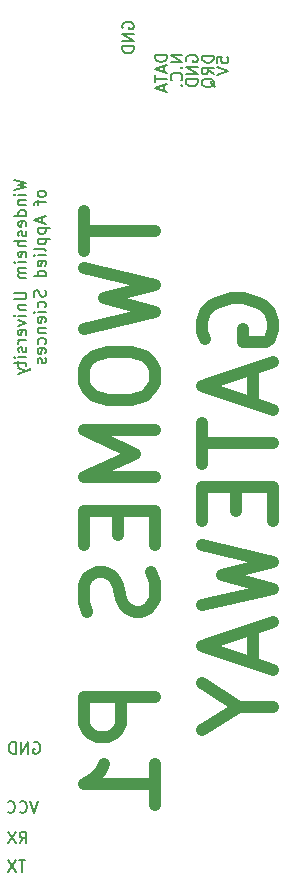
<source format=gbo>
G04 #@! TF.GenerationSoftware,KiCad,Pcbnew,(5.1.7)-1*
G04 #@! TF.CreationDate,2021-04-23T15:20:20+02:00*
G04 #@! TF.ProjectId,TwomesGateway,54776f6d-6573-4476-9174-657761792e6b,rev?*
G04 #@! TF.SameCoordinates,Original*
G04 #@! TF.FileFunction,Legend,Bot*
G04 #@! TF.FilePolarity,Positive*
%FSLAX46Y46*%
G04 Gerber Fmt 4.6, Leading zero omitted, Abs format (unit mm)*
G04 Created by KiCad (PCBNEW (5.1.7)-1) date 2021-04-23 15:20:20*
%MOMM*%
%LPD*%
G01*
G04 APERTURE LIST*
%ADD10C,0.150000*%
%ADD11C,1.000000*%
%ADD12C,0.602000*%
%ADD13C,3.302000*%
%ADD14C,3.352000*%
%ADD15C,1.622000*%
%ADD16O,1.802000X1.802000*%
G04 APERTURE END LIST*
D10*
X69827380Y-80985714D02*
X70827380Y-81223809D01*
X70113095Y-81414285D01*
X70827380Y-81604761D01*
X69827380Y-81842857D01*
X70827380Y-82223809D02*
X70160714Y-82223809D01*
X69827380Y-82223809D02*
X69875000Y-82176190D01*
X69922619Y-82223809D01*
X69875000Y-82271428D01*
X69827380Y-82223809D01*
X69922619Y-82223809D01*
X70160714Y-82700000D02*
X70827380Y-82700000D01*
X70255952Y-82700000D02*
X70208333Y-82747619D01*
X70160714Y-82842857D01*
X70160714Y-82985714D01*
X70208333Y-83080952D01*
X70303571Y-83128571D01*
X70827380Y-83128571D01*
X70827380Y-84033333D02*
X69827380Y-84033333D01*
X70779761Y-84033333D02*
X70827380Y-83938095D01*
X70827380Y-83747619D01*
X70779761Y-83652380D01*
X70732142Y-83604761D01*
X70636904Y-83557142D01*
X70351190Y-83557142D01*
X70255952Y-83604761D01*
X70208333Y-83652380D01*
X70160714Y-83747619D01*
X70160714Y-83938095D01*
X70208333Y-84033333D01*
X70779761Y-84890476D02*
X70827380Y-84795238D01*
X70827380Y-84604761D01*
X70779761Y-84509523D01*
X70684523Y-84461904D01*
X70303571Y-84461904D01*
X70208333Y-84509523D01*
X70160714Y-84604761D01*
X70160714Y-84795238D01*
X70208333Y-84890476D01*
X70303571Y-84938095D01*
X70398809Y-84938095D01*
X70494047Y-84461904D01*
X70779761Y-85319047D02*
X70827380Y-85414285D01*
X70827380Y-85604761D01*
X70779761Y-85700000D01*
X70684523Y-85747619D01*
X70636904Y-85747619D01*
X70541666Y-85700000D01*
X70494047Y-85604761D01*
X70494047Y-85461904D01*
X70446428Y-85366666D01*
X70351190Y-85319047D01*
X70303571Y-85319047D01*
X70208333Y-85366666D01*
X70160714Y-85461904D01*
X70160714Y-85604761D01*
X70208333Y-85700000D01*
X70827380Y-86176190D02*
X69827380Y-86176190D01*
X70827380Y-86604761D02*
X70303571Y-86604761D01*
X70208333Y-86557142D01*
X70160714Y-86461904D01*
X70160714Y-86319047D01*
X70208333Y-86223809D01*
X70255952Y-86176190D01*
X70779761Y-87461904D02*
X70827380Y-87366666D01*
X70827380Y-87176190D01*
X70779761Y-87080952D01*
X70684523Y-87033333D01*
X70303571Y-87033333D01*
X70208333Y-87080952D01*
X70160714Y-87176190D01*
X70160714Y-87366666D01*
X70208333Y-87461904D01*
X70303571Y-87509523D01*
X70398809Y-87509523D01*
X70494047Y-87033333D01*
X70827380Y-87938095D02*
X70160714Y-87938095D01*
X69827380Y-87938095D02*
X69875000Y-87890476D01*
X69922619Y-87938095D01*
X69875000Y-87985714D01*
X69827380Y-87938095D01*
X69922619Y-87938095D01*
X70827380Y-88414285D02*
X70160714Y-88414285D01*
X70255952Y-88414285D02*
X70208333Y-88461904D01*
X70160714Y-88557142D01*
X70160714Y-88700000D01*
X70208333Y-88795238D01*
X70303571Y-88842857D01*
X70827380Y-88842857D01*
X70303571Y-88842857D02*
X70208333Y-88890476D01*
X70160714Y-88985714D01*
X70160714Y-89128571D01*
X70208333Y-89223809D01*
X70303571Y-89271428D01*
X70827380Y-89271428D01*
X69827380Y-90509523D02*
X70636904Y-90509523D01*
X70732142Y-90557142D01*
X70779761Y-90604761D01*
X70827380Y-90700000D01*
X70827380Y-90890476D01*
X70779761Y-90985714D01*
X70732142Y-91033333D01*
X70636904Y-91080952D01*
X69827380Y-91080952D01*
X70160714Y-91557142D02*
X70827380Y-91557142D01*
X70255952Y-91557142D02*
X70208333Y-91604761D01*
X70160714Y-91700000D01*
X70160714Y-91842857D01*
X70208333Y-91938095D01*
X70303571Y-91985714D01*
X70827380Y-91985714D01*
X70827380Y-92461904D02*
X70160714Y-92461904D01*
X69827380Y-92461904D02*
X69875000Y-92414285D01*
X69922619Y-92461904D01*
X69875000Y-92509523D01*
X69827380Y-92461904D01*
X69922619Y-92461904D01*
X70160714Y-92842857D02*
X70827380Y-93080952D01*
X70160714Y-93319047D01*
X70779761Y-94080952D02*
X70827380Y-93985714D01*
X70827380Y-93795238D01*
X70779761Y-93700000D01*
X70684523Y-93652380D01*
X70303571Y-93652380D01*
X70208333Y-93700000D01*
X70160714Y-93795238D01*
X70160714Y-93985714D01*
X70208333Y-94080952D01*
X70303571Y-94128571D01*
X70398809Y-94128571D01*
X70494047Y-93652380D01*
X70827380Y-94557142D02*
X70160714Y-94557142D01*
X70351190Y-94557142D02*
X70255952Y-94604761D01*
X70208333Y-94652380D01*
X70160714Y-94747619D01*
X70160714Y-94842857D01*
X70779761Y-95128571D02*
X70827380Y-95223809D01*
X70827380Y-95414285D01*
X70779761Y-95509523D01*
X70684523Y-95557142D01*
X70636904Y-95557142D01*
X70541666Y-95509523D01*
X70494047Y-95414285D01*
X70494047Y-95271428D01*
X70446428Y-95176190D01*
X70351190Y-95128571D01*
X70303571Y-95128571D01*
X70208333Y-95176190D01*
X70160714Y-95271428D01*
X70160714Y-95414285D01*
X70208333Y-95509523D01*
X70827380Y-95985714D02*
X70160714Y-95985714D01*
X69827380Y-95985714D02*
X69875000Y-95938095D01*
X69922619Y-95985714D01*
X69875000Y-96033333D01*
X69827380Y-95985714D01*
X69922619Y-95985714D01*
X70160714Y-96319047D02*
X70160714Y-96700000D01*
X69827380Y-96461904D02*
X70684523Y-96461904D01*
X70779761Y-96509523D01*
X70827380Y-96604761D01*
X70827380Y-96700000D01*
X70160714Y-96938095D02*
X70827380Y-97176190D01*
X70160714Y-97414285D02*
X70827380Y-97176190D01*
X71065476Y-97080952D01*
X71113095Y-97033333D01*
X71160714Y-96938095D01*
X72477380Y-82080952D02*
X72429761Y-81985714D01*
X72382142Y-81938095D01*
X72286904Y-81890476D01*
X72001190Y-81890476D01*
X71905952Y-81938095D01*
X71858333Y-81985714D01*
X71810714Y-82080952D01*
X71810714Y-82223809D01*
X71858333Y-82319047D01*
X71905952Y-82366666D01*
X72001190Y-82414285D01*
X72286904Y-82414285D01*
X72382142Y-82366666D01*
X72429761Y-82319047D01*
X72477380Y-82223809D01*
X72477380Y-82080952D01*
X71810714Y-82700000D02*
X71810714Y-83080952D01*
X72477380Y-82842857D02*
X71620238Y-82842857D01*
X71525000Y-82890476D01*
X71477380Y-82985714D01*
X71477380Y-83080952D01*
X72191666Y-84128571D02*
X72191666Y-84604761D01*
X72477380Y-84033333D02*
X71477380Y-84366666D01*
X72477380Y-84700000D01*
X71810714Y-85033333D02*
X72810714Y-85033333D01*
X71858333Y-85033333D02*
X71810714Y-85128571D01*
X71810714Y-85319047D01*
X71858333Y-85414285D01*
X71905952Y-85461904D01*
X72001190Y-85509523D01*
X72286904Y-85509523D01*
X72382142Y-85461904D01*
X72429761Y-85414285D01*
X72477380Y-85319047D01*
X72477380Y-85128571D01*
X72429761Y-85033333D01*
X71810714Y-85938095D02*
X72810714Y-85938095D01*
X71858333Y-85938095D02*
X71810714Y-86033333D01*
X71810714Y-86223809D01*
X71858333Y-86319047D01*
X71905952Y-86366666D01*
X72001190Y-86414285D01*
X72286904Y-86414285D01*
X72382142Y-86366666D01*
X72429761Y-86319047D01*
X72477380Y-86223809D01*
X72477380Y-86033333D01*
X72429761Y-85938095D01*
X72477380Y-86985714D02*
X72429761Y-86890476D01*
X72334523Y-86842857D01*
X71477380Y-86842857D01*
X72477380Y-87366666D02*
X71810714Y-87366666D01*
X71477380Y-87366666D02*
X71525000Y-87319047D01*
X71572619Y-87366666D01*
X71525000Y-87414285D01*
X71477380Y-87366666D01*
X71572619Y-87366666D01*
X72429761Y-88223809D02*
X72477380Y-88128571D01*
X72477380Y-87938095D01*
X72429761Y-87842857D01*
X72334523Y-87795238D01*
X71953571Y-87795238D01*
X71858333Y-87842857D01*
X71810714Y-87938095D01*
X71810714Y-88128571D01*
X71858333Y-88223809D01*
X71953571Y-88271428D01*
X72048809Y-88271428D01*
X72144047Y-87795238D01*
X72477380Y-89128571D02*
X71477380Y-89128571D01*
X72429761Y-89128571D02*
X72477380Y-89033333D01*
X72477380Y-88842857D01*
X72429761Y-88747619D01*
X72382142Y-88700000D01*
X72286904Y-88652380D01*
X72001190Y-88652380D01*
X71905952Y-88700000D01*
X71858333Y-88747619D01*
X71810714Y-88842857D01*
X71810714Y-89033333D01*
X71858333Y-89128571D01*
X72429761Y-90319047D02*
X72477380Y-90461904D01*
X72477380Y-90700000D01*
X72429761Y-90795238D01*
X72382142Y-90842857D01*
X72286904Y-90890476D01*
X72191666Y-90890476D01*
X72096428Y-90842857D01*
X72048809Y-90795238D01*
X72001190Y-90700000D01*
X71953571Y-90509523D01*
X71905952Y-90414285D01*
X71858333Y-90366666D01*
X71763095Y-90319047D01*
X71667857Y-90319047D01*
X71572619Y-90366666D01*
X71525000Y-90414285D01*
X71477380Y-90509523D01*
X71477380Y-90747619D01*
X71525000Y-90890476D01*
X72429761Y-91747619D02*
X72477380Y-91652380D01*
X72477380Y-91461904D01*
X72429761Y-91366666D01*
X72382142Y-91319047D01*
X72286904Y-91271428D01*
X72001190Y-91271428D01*
X71905952Y-91319047D01*
X71858333Y-91366666D01*
X71810714Y-91461904D01*
X71810714Y-91652380D01*
X71858333Y-91747619D01*
X72477380Y-92176190D02*
X71810714Y-92176190D01*
X71477380Y-92176190D02*
X71525000Y-92128571D01*
X71572619Y-92176190D01*
X71525000Y-92223809D01*
X71477380Y-92176190D01*
X71572619Y-92176190D01*
X72429761Y-93033333D02*
X72477380Y-92938095D01*
X72477380Y-92747619D01*
X72429761Y-92652380D01*
X72334523Y-92604761D01*
X71953571Y-92604761D01*
X71858333Y-92652380D01*
X71810714Y-92747619D01*
X71810714Y-92938095D01*
X71858333Y-93033333D01*
X71953571Y-93080952D01*
X72048809Y-93080952D01*
X72144047Y-92604761D01*
X71810714Y-93509523D02*
X72477380Y-93509523D01*
X71905952Y-93509523D02*
X71858333Y-93557142D01*
X71810714Y-93652380D01*
X71810714Y-93795238D01*
X71858333Y-93890476D01*
X71953571Y-93938095D01*
X72477380Y-93938095D01*
X72429761Y-94842857D02*
X72477380Y-94747619D01*
X72477380Y-94557142D01*
X72429761Y-94461904D01*
X72382142Y-94414285D01*
X72286904Y-94366666D01*
X72001190Y-94366666D01*
X71905952Y-94414285D01*
X71858333Y-94461904D01*
X71810714Y-94557142D01*
X71810714Y-94747619D01*
X71858333Y-94842857D01*
X72429761Y-95652380D02*
X72477380Y-95557142D01*
X72477380Y-95366666D01*
X72429761Y-95271428D01*
X72334523Y-95223809D01*
X71953571Y-95223809D01*
X71858333Y-95271428D01*
X71810714Y-95366666D01*
X71810714Y-95557142D01*
X71858333Y-95652380D01*
X71953571Y-95700000D01*
X72048809Y-95700000D01*
X72144047Y-95223809D01*
X72429761Y-96080952D02*
X72477380Y-96176190D01*
X72477380Y-96366666D01*
X72429761Y-96461904D01*
X72334523Y-96509523D01*
X72286904Y-96509523D01*
X72191666Y-96461904D01*
X72144047Y-96366666D01*
X72144047Y-96223809D01*
X72096428Y-96128571D01*
X72001190Y-96080952D01*
X71953571Y-96080952D01*
X71858333Y-96128571D01*
X71810714Y-96223809D01*
X71810714Y-96366666D01*
X71858333Y-96461904D01*
D11*
X75714285Y-83571428D02*
X75714285Y-87000000D01*
X81714285Y-85285714D02*
X75714285Y-85285714D01*
X75714285Y-88428571D02*
X81714285Y-89857142D01*
X77428571Y-91000000D01*
X81714285Y-92142857D01*
X75714285Y-93571428D01*
X75714285Y-97000000D02*
X75714285Y-98142857D01*
X76000000Y-98714285D01*
X76571428Y-99285714D01*
X77714285Y-99571428D01*
X79714285Y-99571428D01*
X80857142Y-99285714D01*
X81428571Y-98714285D01*
X81714285Y-98142857D01*
X81714285Y-97000000D01*
X81428571Y-96428571D01*
X80857142Y-95857142D01*
X79714285Y-95571428D01*
X77714285Y-95571428D01*
X76571428Y-95857142D01*
X76000000Y-96428571D01*
X75714285Y-97000000D01*
X81714285Y-102142857D02*
X75714285Y-102142857D01*
X80000000Y-104142857D01*
X75714285Y-106142857D01*
X81714285Y-106142857D01*
X78571428Y-109000000D02*
X78571428Y-111000000D01*
X81714285Y-111857142D02*
X81714285Y-109000000D01*
X75714285Y-109000000D01*
X75714285Y-111857142D01*
X81428571Y-114142857D02*
X81714285Y-115000000D01*
X81714285Y-116428571D01*
X81428571Y-117000000D01*
X81142857Y-117285714D01*
X80571428Y-117571428D01*
X80000000Y-117571428D01*
X79428571Y-117285714D01*
X79142857Y-117000000D01*
X78857142Y-116428571D01*
X78571428Y-115285714D01*
X78285714Y-114714285D01*
X78000000Y-114428571D01*
X77428571Y-114142857D01*
X76857142Y-114142857D01*
X76285714Y-114428571D01*
X76000000Y-114714285D01*
X75714285Y-115285714D01*
X75714285Y-116714285D01*
X76000000Y-117571428D01*
X81714285Y-124714285D02*
X75714285Y-124714285D01*
X75714285Y-127000000D01*
X76000000Y-127571428D01*
X76285714Y-127857142D01*
X76857142Y-128142857D01*
X77714285Y-128142857D01*
X78285714Y-127857142D01*
X78571428Y-127571428D01*
X78857142Y-127000000D01*
X78857142Y-124714285D01*
X81714285Y-133857142D02*
X81714285Y-130428571D01*
X81714285Y-132142857D02*
X75714285Y-132142857D01*
X76571428Y-131571428D01*
X77142857Y-131000000D01*
X77428571Y-130428571D01*
X86000000Y-94428571D02*
X85714285Y-93857142D01*
X85714285Y-93000000D01*
X86000000Y-92142857D01*
X86571428Y-91571428D01*
X87142857Y-91285714D01*
X88285714Y-91000000D01*
X89142857Y-91000000D01*
X90285714Y-91285714D01*
X90857142Y-91571428D01*
X91428571Y-92142857D01*
X91714285Y-93000000D01*
X91714285Y-93571428D01*
X91428571Y-94428571D01*
X91142857Y-94714285D01*
X89142857Y-94714285D01*
X89142857Y-93571428D01*
X90000000Y-97000000D02*
X90000000Y-99857142D01*
X91714285Y-96428571D02*
X85714285Y-98428571D01*
X91714285Y-100428571D01*
X85714285Y-101571428D02*
X85714285Y-105000000D01*
X91714285Y-103285714D02*
X85714285Y-103285714D01*
X88571428Y-107000000D02*
X88571428Y-109000000D01*
X91714285Y-109857142D02*
X91714285Y-107000000D01*
X85714285Y-107000000D01*
X85714285Y-109857142D01*
X85714285Y-111857142D02*
X91714285Y-113285714D01*
X87428571Y-114428571D01*
X91714285Y-115571428D01*
X85714285Y-117000000D01*
X90000000Y-119000000D02*
X90000000Y-121857142D01*
X91714285Y-118428571D02*
X85714285Y-120428571D01*
X91714285Y-122428571D01*
X88857142Y-125571428D02*
X91714285Y-125571428D01*
X85714285Y-123571428D02*
X88857142Y-125571428D01*
X85714285Y-127571428D01*
D10*
X70761904Y-138552380D02*
X70190476Y-138552380D01*
X70476190Y-139552380D02*
X70476190Y-138552380D01*
X69952380Y-138552380D02*
X69285714Y-139552380D01*
X69285714Y-138552380D02*
X69952380Y-139552380D01*
X70266666Y-137152380D02*
X70600000Y-136676190D01*
X70838095Y-137152380D02*
X70838095Y-136152380D01*
X70457142Y-136152380D01*
X70361904Y-136200000D01*
X70314285Y-136247619D01*
X70266666Y-136342857D01*
X70266666Y-136485714D01*
X70314285Y-136580952D01*
X70361904Y-136628571D01*
X70457142Y-136676190D01*
X70838095Y-136676190D01*
X69933333Y-136152380D02*
X69266666Y-137152380D01*
X69266666Y-136152380D02*
X69933333Y-137152380D01*
X71833333Y-133552380D02*
X71500000Y-134552380D01*
X71166666Y-133552380D01*
X70261904Y-134457142D02*
X70309523Y-134504761D01*
X70452380Y-134552380D01*
X70547619Y-134552380D01*
X70690476Y-134504761D01*
X70785714Y-134409523D01*
X70833333Y-134314285D01*
X70880952Y-134123809D01*
X70880952Y-133980952D01*
X70833333Y-133790476D01*
X70785714Y-133695238D01*
X70690476Y-133600000D01*
X70547619Y-133552380D01*
X70452380Y-133552380D01*
X70309523Y-133600000D01*
X70261904Y-133647619D01*
X69261904Y-134457142D02*
X69309523Y-134504761D01*
X69452380Y-134552380D01*
X69547619Y-134552380D01*
X69690476Y-134504761D01*
X69785714Y-134409523D01*
X69833333Y-134314285D01*
X69880952Y-134123809D01*
X69880952Y-133980952D01*
X69833333Y-133790476D01*
X69785714Y-133695238D01*
X69690476Y-133600000D01*
X69547619Y-133552380D01*
X69452380Y-133552380D01*
X69309523Y-133600000D01*
X69261904Y-133647619D01*
X71461904Y-128600000D02*
X71557142Y-128552380D01*
X71700000Y-128552380D01*
X71842857Y-128600000D01*
X71938095Y-128695238D01*
X71985714Y-128790476D01*
X72033333Y-128980952D01*
X72033333Y-129123809D01*
X71985714Y-129314285D01*
X71938095Y-129409523D01*
X71842857Y-129504761D01*
X71700000Y-129552380D01*
X71604761Y-129552380D01*
X71461904Y-129504761D01*
X71414285Y-129457142D01*
X71414285Y-129123809D01*
X71604761Y-129123809D01*
X70985714Y-129552380D02*
X70985714Y-128552380D01*
X70414285Y-129552380D01*
X70414285Y-128552380D01*
X69938095Y-129552380D02*
X69938095Y-128552380D01*
X69700000Y-128552380D01*
X69557142Y-128600000D01*
X69461904Y-128695238D01*
X69414285Y-128790476D01*
X69366666Y-128980952D01*
X69366666Y-129123809D01*
X69414285Y-129314285D01*
X69461904Y-129409523D01*
X69557142Y-129504761D01*
X69700000Y-129552380D01*
X69938095Y-129552380D01*
X79000000Y-68138095D02*
X78952380Y-68042857D01*
X78952380Y-67900000D01*
X79000000Y-67757142D01*
X79095238Y-67661904D01*
X79190476Y-67614285D01*
X79380952Y-67566666D01*
X79523809Y-67566666D01*
X79714285Y-67614285D01*
X79809523Y-67661904D01*
X79904761Y-67757142D01*
X79952380Y-67900000D01*
X79952380Y-67995238D01*
X79904761Y-68138095D01*
X79857142Y-68185714D01*
X79523809Y-68185714D01*
X79523809Y-67995238D01*
X79952380Y-68614285D02*
X78952380Y-68614285D01*
X79952380Y-69185714D01*
X78952380Y-69185714D01*
X79952380Y-69661904D02*
X78952380Y-69661904D01*
X78952380Y-69900000D01*
X79000000Y-70042857D01*
X79095238Y-70138095D01*
X79190476Y-70185714D01*
X79380952Y-70233333D01*
X79523809Y-70233333D01*
X79714285Y-70185714D01*
X79809523Y-70138095D01*
X79904761Y-70042857D01*
X79952380Y-69900000D01*
X79952380Y-69661904D01*
X82752380Y-70400000D02*
X81752380Y-70400000D01*
X81752380Y-70638095D01*
X81800000Y-70780952D01*
X81895238Y-70876190D01*
X81990476Y-70923809D01*
X82180952Y-70971428D01*
X82323809Y-70971428D01*
X82514285Y-70923809D01*
X82609523Y-70876190D01*
X82704761Y-70780952D01*
X82752380Y-70638095D01*
X82752380Y-70400000D01*
X82466666Y-71352380D02*
X82466666Y-71828571D01*
X82752380Y-71257142D02*
X81752380Y-71590476D01*
X82752380Y-71923809D01*
X81752380Y-72114285D02*
X81752380Y-72685714D01*
X82752380Y-72400000D02*
X81752380Y-72400000D01*
X82466666Y-72971428D02*
X82466666Y-73447619D01*
X82752380Y-72876190D02*
X81752380Y-73209523D01*
X82752380Y-73542857D01*
X84052380Y-70438095D02*
X83052380Y-70438095D01*
X84052380Y-71009523D01*
X83052380Y-71009523D01*
X83957142Y-71485714D02*
X84004761Y-71533333D01*
X84052380Y-71485714D01*
X84004761Y-71438095D01*
X83957142Y-71485714D01*
X84052380Y-71485714D01*
X83957142Y-72533333D02*
X84004761Y-72485714D01*
X84052380Y-72342857D01*
X84052380Y-72247619D01*
X84004761Y-72104761D01*
X83909523Y-72009523D01*
X83814285Y-71961904D01*
X83623809Y-71914285D01*
X83480952Y-71914285D01*
X83290476Y-71961904D01*
X83195238Y-72009523D01*
X83100000Y-72104761D01*
X83052380Y-72247619D01*
X83052380Y-72342857D01*
X83100000Y-72485714D01*
X83147619Y-72533333D01*
X83957142Y-72961904D02*
X84004761Y-73009523D01*
X84052380Y-72961904D01*
X84004761Y-72914285D01*
X83957142Y-72961904D01*
X84052380Y-72961904D01*
X84400000Y-70938095D02*
X84352380Y-70842857D01*
X84352380Y-70700000D01*
X84400000Y-70557142D01*
X84495238Y-70461904D01*
X84590476Y-70414285D01*
X84780952Y-70366666D01*
X84923809Y-70366666D01*
X85114285Y-70414285D01*
X85209523Y-70461904D01*
X85304761Y-70557142D01*
X85352380Y-70700000D01*
X85352380Y-70795238D01*
X85304761Y-70938095D01*
X85257142Y-70985714D01*
X84923809Y-70985714D01*
X84923809Y-70795238D01*
X85352380Y-71414285D02*
X84352380Y-71414285D01*
X85352380Y-71985714D01*
X84352380Y-71985714D01*
X85352380Y-72461904D02*
X84352380Y-72461904D01*
X84352380Y-72700000D01*
X84400000Y-72842857D01*
X84495238Y-72938095D01*
X84590476Y-72985714D01*
X84780952Y-73033333D01*
X84923809Y-73033333D01*
X85114285Y-72985714D01*
X85209523Y-72938095D01*
X85304761Y-72842857D01*
X85352380Y-72700000D01*
X85352380Y-72461904D01*
X86702380Y-70464285D02*
X85702380Y-70464285D01*
X85702380Y-70702380D01*
X85750000Y-70845238D01*
X85845238Y-70940476D01*
X85940476Y-70988095D01*
X86130952Y-71035714D01*
X86273809Y-71035714D01*
X86464285Y-70988095D01*
X86559523Y-70940476D01*
X86654761Y-70845238D01*
X86702380Y-70702380D01*
X86702380Y-70464285D01*
X86702380Y-72035714D02*
X86226190Y-71702380D01*
X86702380Y-71464285D02*
X85702380Y-71464285D01*
X85702380Y-71845238D01*
X85750000Y-71940476D01*
X85797619Y-71988095D01*
X85892857Y-72035714D01*
X86035714Y-72035714D01*
X86130952Y-71988095D01*
X86178571Y-71940476D01*
X86226190Y-71845238D01*
X86226190Y-71464285D01*
X86797619Y-73130952D02*
X86750000Y-73035714D01*
X86654761Y-72940476D01*
X86511904Y-72797619D01*
X86464285Y-72702380D01*
X86464285Y-72607142D01*
X86702380Y-72654761D02*
X86654761Y-72559523D01*
X86559523Y-72464285D01*
X86369047Y-72416666D01*
X86035714Y-72416666D01*
X85845238Y-72464285D01*
X85750000Y-72559523D01*
X85702380Y-72654761D01*
X85702380Y-72845238D01*
X85750000Y-72940476D01*
X85845238Y-73035714D01*
X86035714Y-73083333D01*
X86369047Y-73083333D01*
X86559523Y-73035714D01*
X86654761Y-72940476D01*
X86702380Y-72845238D01*
X86702380Y-72654761D01*
X86952380Y-71059523D02*
X86952380Y-70583333D01*
X87428571Y-70535714D01*
X87380952Y-70583333D01*
X87333333Y-70678571D01*
X87333333Y-70916666D01*
X87380952Y-71011904D01*
X87428571Y-71059523D01*
X87523809Y-71107142D01*
X87761904Y-71107142D01*
X87857142Y-71059523D01*
X87904761Y-71011904D01*
X87952380Y-70916666D01*
X87952380Y-70678571D01*
X87904761Y-70583333D01*
X87857142Y-70535714D01*
X86952380Y-71392857D02*
X87952380Y-71726190D01*
X86952380Y-72059523D01*
%LPC*%
G36*
G01*
X80575000Y-66649000D02*
X81475000Y-66649000D01*
G75*
G02*
X81526000Y-66700000I0J-51000D01*
G01*
X81526000Y-69700000D01*
G75*
G02*
X81475000Y-69751000I-51000J0D01*
G01*
X80575000Y-69751000D01*
G75*
G02*
X80524000Y-69700000I0J51000D01*
G01*
X80524000Y-66700000D01*
G75*
G02*
X80575000Y-66649000I51000J0D01*
G01*
G37*
G36*
G01*
X81845000Y-66649000D02*
X82745000Y-66649000D01*
G75*
G02*
X82796000Y-66700000I0J-51000D01*
G01*
X82796000Y-69700000D01*
G75*
G02*
X82745000Y-69751000I-51000J0D01*
G01*
X81845000Y-69751000D01*
G75*
G02*
X81794000Y-69700000I0J51000D01*
G01*
X81794000Y-66700000D01*
G75*
G02*
X81845000Y-66649000I51000J0D01*
G01*
G37*
G36*
G01*
X83115000Y-66649000D02*
X84015000Y-66649000D01*
G75*
G02*
X84066000Y-66700000I0J-51000D01*
G01*
X84066000Y-69700000D01*
G75*
G02*
X84015000Y-69751000I-51000J0D01*
G01*
X83115000Y-69751000D01*
G75*
G02*
X83064000Y-69700000I0J51000D01*
G01*
X83064000Y-66700000D01*
G75*
G02*
X83115000Y-66649000I51000J0D01*
G01*
G37*
G36*
G01*
X84385000Y-66649000D02*
X85285000Y-66649000D01*
G75*
G02*
X85336000Y-66700000I0J-51000D01*
G01*
X85336000Y-69700000D01*
G75*
G02*
X85285000Y-69751000I-51000J0D01*
G01*
X84385000Y-69751000D01*
G75*
G02*
X84334000Y-69700000I0J51000D01*
G01*
X84334000Y-66700000D01*
G75*
G02*
X84385000Y-66649000I51000J0D01*
G01*
G37*
G36*
G01*
X85655000Y-66649000D02*
X86555000Y-66649000D01*
G75*
G02*
X86606000Y-66700000I0J-51000D01*
G01*
X86606000Y-69700000D01*
G75*
G02*
X86555000Y-69751000I-51000J0D01*
G01*
X85655000Y-69751000D01*
G75*
G02*
X85604000Y-69700000I0J51000D01*
G01*
X85604000Y-66700000D01*
G75*
G02*
X85655000Y-66649000I51000J0D01*
G01*
G37*
G36*
G01*
X86925000Y-66649000D02*
X87825000Y-66649000D01*
G75*
G02*
X87876000Y-66700000I0J-51000D01*
G01*
X87876000Y-69700000D01*
G75*
G02*
X87825000Y-69751000I-51000J0D01*
G01*
X86925000Y-69751000D01*
G75*
G02*
X86874000Y-69700000I0J51000D01*
G01*
X86874000Y-66700000D01*
G75*
G02*
X86925000Y-66649000I51000J0D01*
G01*
G37*
D12*
X70100000Y-119000000D03*
X70100000Y-115000000D03*
D13*
X69500000Y-74250000D03*
X97500000Y-74250000D03*
G36*
G01*
X88311000Y-81739999D02*
X88311000Y-83260001D01*
G75*
G02*
X88260001Y-83311000I-50999J0D01*
G01*
X86739999Y-83311000D01*
G75*
G02*
X86689000Y-83260001I0J50999D01*
G01*
X86689000Y-81739999D01*
G75*
G02*
X86739999Y-81689000I50999J0D01*
G01*
X88260001Y-81689000D01*
G75*
G02*
X88311000Y-81739999I0J-50999D01*
G01*
G37*
D14*
X89410000Y-73610000D03*
D15*
X86230000Y-79960000D03*
X84960000Y-82500000D03*
X83690000Y-79960000D03*
X82420000Y-82500000D03*
X81150000Y-79960000D03*
D14*
X79250000Y-73610000D03*
D16*
X67800000Y-129050000D03*
X67800000Y-131590000D03*
X67800000Y-134130000D03*
X67800000Y-136670000D03*
X67800000Y-139210000D03*
G36*
G01*
X68701000Y-140900000D02*
X68701000Y-142600000D01*
G75*
G02*
X68650000Y-142651000I-51000J0D01*
G01*
X66950000Y-142651000D01*
G75*
G02*
X66899000Y-142600000I0J51000D01*
G01*
X66899000Y-140900000D01*
G75*
G02*
X66950000Y-140849000I51000J0D01*
G01*
X68650000Y-140849000D01*
G75*
G02*
X68701000Y-140900000I0J-51000D01*
G01*
G37*
M02*

</source>
